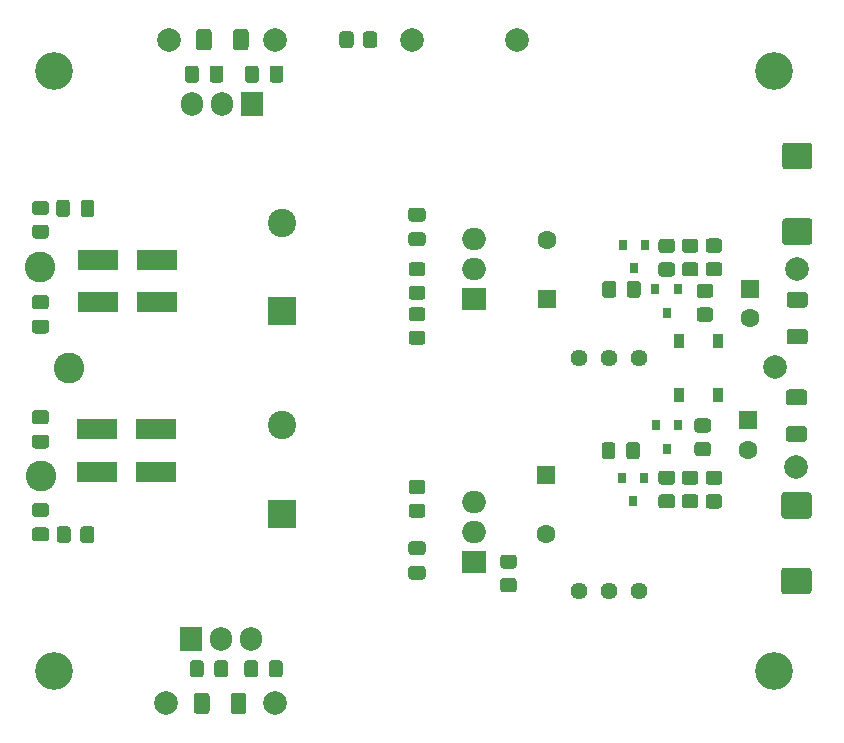
<source format=gbr>
G04 #@! TF.GenerationSoftware,KiCad,Pcbnew,(5.1.10-0-10_14)*
G04 #@! TF.CreationDate,2021-10-12T19:37:20+02:00*
G04 #@! TF.ProjectId,lv-lownoise-psu,6c762d6c-6f77-46e6-9f69-73652d707375,rev?*
G04 #@! TF.SameCoordinates,Original*
G04 #@! TF.FileFunction,Soldermask,Top*
G04 #@! TF.FilePolarity,Negative*
%FSLAX46Y46*%
G04 Gerber Fmt 4.6, Leading zero omitted, Abs format (unit mm)*
G04 Created by KiCad (PCBNEW (5.1.10-0-10_14)) date 2021-10-12 19:37:20*
%MOMM*%
%LPD*%
G01*
G04 APERTURE LIST*
%ADD10R,0.800000X0.900000*%
%ADD11C,1.440000*%
%ADD12C,2.000000*%
%ADD13C,1.600000*%
%ADD14R,1.600000X1.600000*%
%ADD15R,0.900000X1.200000*%
%ADD16O,2.000000X1.905000*%
%ADD17R,2.000000X1.905000*%
%ADD18O,1.905000X2.000000*%
%ADD19R,1.905000X2.000000*%
%ADD20R,3.500000X1.800000*%
%ADD21C,2.400000*%
%ADD22R,2.400000X2.400000*%
%ADD23C,2.600000*%
%ADD24C,3.200000*%
G04 APERTURE END LIST*
G36*
G01*
X136519499Y-68837000D02*
X137419501Y-68837000D01*
G75*
G02*
X137669500Y-69086999I0J-249999D01*
G01*
X137669500Y-69787001D01*
G75*
G02*
X137419501Y-70037000I-249999J0D01*
G01*
X136519499Y-70037000D01*
G75*
G02*
X136269500Y-69787001I0J249999D01*
G01*
X136269500Y-69086999D01*
G75*
G02*
X136519499Y-68837000I249999J0D01*
G01*
G37*
G36*
G01*
X136519499Y-66837000D02*
X137419501Y-66837000D01*
G75*
G02*
X137669500Y-67086999I0J-249999D01*
G01*
X137669500Y-67787001D01*
G75*
G02*
X137419501Y-68037000I-249999J0D01*
G01*
X136519499Y-68037000D01*
G75*
G02*
X136269500Y-67787001I0J249999D01*
G01*
X136269500Y-67086999D01*
G75*
G02*
X136519499Y-66837000I249999J0D01*
G01*
G37*
D10*
X134114500Y-69437000D03*
X133164500Y-67437000D03*
X135064500Y-67437000D03*
G36*
G01*
X136519499Y-49215500D02*
X137419501Y-49215500D01*
G75*
G02*
X137669500Y-49465499I0J-249999D01*
G01*
X137669500Y-50165501D01*
G75*
G02*
X137419501Y-50415500I-249999J0D01*
G01*
X136519499Y-50415500D01*
G75*
G02*
X136269500Y-50165501I0J249999D01*
G01*
X136269500Y-49465499D01*
G75*
G02*
X136519499Y-49215500I249999J0D01*
G01*
G37*
G36*
G01*
X136519499Y-47215500D02*
X137419501Y-47215500D01*
G75*
G02*
X137669500Y-47465499I0J-249999D01*
G01*
X137669500Y-48165501D01*
G75*
G02*
X137419501Y-48415500I-249999J0D01*
G01*
X136519499Y-48415500D01*
G75*
G02*
X136269500Y-48165501I0J249999D01*
G01*
X136269500Y-47465499D01*
G75*
G02*
X136519499Y-47215500I249999J0D01*
G01*
G37*
X134175500Y-49720500D03*
X133225500Y-47720500D03*
X135125500Y-47720500D03*
G36*
G01*
X147368499Y-54836500D02*
X148668501Y-54836500D01*
G75*
G02*
X148918500Y-55086499I0J-249999D01*
G01*
X148918500Y-55911501D01*
G75*
G02*
X148668501Y-56161500I-249999J0D01*
G01*
X147368499Y-56161500D01*
G75*
G02*
X147118500Y-55911501I0J249999D01*
G01*
X147118500Y-55086499D01*
G75*
G02*
X147368499Y-54836500I249999J0D01*
G01*
G37*
G36*
G01*
X147368499Y-51711500D02*
X148668501Y-51711500D01*
G75*
G02*
X148918500Y-51961499I0J-249999D01*
G01*
X148918500Y-52786501D01*
G75*
G02*
X148668501Y-53036500I-249999J0D01*
G01*
X147368499Y-53036500D01*
G75*
G02*
X147118500Y-52786501I0J249999D01*
G01*
X147118500Y-51961499D01*
G75*
G02*
X147368499Y-51711500I249999J0D01*
G01*
G37*
D11*
X134620000Y-77025500D03*
X132080000Y-77025500D03*
X129540000Y-77025500D03*
X134620000Y-57277000D03*
X132080000Y-57277000D03*
X129540000Y-57277000D03*
D12*
X148018500Y-49784000D03*
D13*
X143891000Y-65087500D03*
D14*
X143891000Y-62587500D03*
D13*
X144018000Y-53935000D03*
D14*
X144018000Y-51435000D03*
G36*
G01*
X139567499Y-64424000D02*
X140467501Y-64424000D01*
G75*
G02*
X140717500Y-64673999I0J-249999D01*
G01*
X140717500Y-65374001D01*
G75*
G02*
X140467501Y-65624000I-249999J0D01*
G01*
X139567499Y-65624000D01*
G75*
G02*
X139317500Y-65374001I0J249999D01*
G01*
X139317500Y-64673999D01*
G75*
G02*
X139567499Y-64424000I249999J0D01*
G01*
G37*
G36*
G01*
X139567499Y-62424000D02*
X140467501Y-62424000D01*
G75*
G02*
X140717500Y-62673999I0J-249999D01*
G01*
X140717500Y-63374001D01*
G75*
G02*
X140467501Y-63624000I-249999J0D01*
G01*
X139567499Y-63624000D01*
G75*
G02*
X139317500Y-63374001I0J249999D01*
G01*
X139317500Y-62673999D01*
G75*
G02*
X139567499Y-62424000I249999J0D01*
G01*
G37*
G36*
G01*
X138487999Y-68837000D02*
X139388001Y-68837000D01*
G75*
G02*
X139638000Y-69086999I0J-249999D01*
G01*
X139638000Y-69787001D01*
G75*
G02*
X139388001Y-70037000I-249999J0D01*
G01*
X138487999Y-70037000D01*
G75*
G02*
X138238000Y-69787001I0J249999D01*
G01*
X138238000Y-69086999D01*
G75*
G02*
X138487999Y-68837000I249999J0D01*
G01*
G37*
G36*
G01*
X138487999Y-66837000D02*
X139388001Y-66837000D01*
G75*
G02*
X139638000Y-67086999I0J-249999D01*
G01*
X139638000Y-67787001D01*
G75*
G02*
X139388001Y-68037000I-249999J0D01*
G01*
X138487999Y-68037000D01*
G75*
G02*
X138238000Y-67787001I0J249999D01*
G01*
X138238000Y-67086999D01*
G75*
G02*
X138487999Y-66837000I249999J0D01*
G01*
G37*
G36*
G01*
X140519999Y-68853000D02*
X141420001Y-68853000D01*
G75*
G02*
X141670000Y-69102999I0J-249999D01*
G01*
X141670000Y-69803001D01*
G75*
G02*
X141420001Y-70053000I-249999J0D01*
G01*
X140519999Y-70053000D01*
G75*
G02*
X140270000Y-69803001I0J249999D01*
G01*
X140270000Y-69102999D01*
G75*
G02*
X140519999Y-68853000I249999J0D01*
G01*
G37*
G36*
G01*
X140519999Y-66853000D02*
X141420001Y-66853000D01*
G75*
G02*
X141670000Y-67102999I0J-249999D01*
G01*
X141670000Y-67803001D01*
G75*
G02*
X141420001Y-68053000I-249999J0D01*
G01*
X140519999Y-68053000D01*
G75*
G02*
X140270000Y-67803001I0J249999D01*
G01*
X140270000Y-67102999D01*
G75*
G02*
X140519999Y-66853000I249999J0D01*
G01*
G37*
G36*
G01*
X139757999Y-53025500D02*
X140658001Y-53025500D01*
G75*
G02*
X140908000Y-53275499I0J-249999D01*
G01*
X140908000Y-53975501D01*
G75*
G02*
X140658001Y-54225500I-249999J0D01*
G01*
X139757999Y-54225500D01*
G75*
G02*
X139508000Y-53975501I0J249999D01*
G01*
X139508000Y-53275499D01*
G75*
G02*
X139757999Y-53025500I249999J0D01*
G01*
G37*
G36*
G01*
X139757999Y-51025500D02*
X140658001Y-51025500D01*
G75*
G02*
X140908000Y-51275499I0J-249999D01*
G01*
X140908000Y-51975501D01*
G75*
G02*
X140658001Y-52225500I-249999J0D01*
G01*
X139757999Y-52225500D01*
G75*
G02*
X139508000Y-51975501I0J249999D01*
G01*
X139508000Y-51275499D01*
G75*
G02*
X139757999Y-51025500I249999J0D01*
G01*
G37*
G36*
G01*
X138500699Y-49202800D02*
X139400701Y-49202800D01*
G75*
G02*
X139650700Y-49452799I0J-249999D01*
G01*
X139650700Y-50152801D01*
G75*
G02*
X139400701Y-50402800I-249999J0D01*
G01*
X138500699Y-50402800D01*
G75*
G02*
X138250700Y-50152801I0J249999D01*
G01*
X138250700Y-49452799D01*
G75*
G02*
X138500699Y-49202800I249999J0D01*
G01*
G37*
G36*
G01*
X138500699Y-47202800D02*
X139400701Y-47202800D01*
G75*
G02*
X139650700Y-47452799I0J-249999D01*
G01*
X139650700Y-48152801D01*
G75*
G02*
X139400701Y-48402800I-249999J0D01*
G01*
X138500699Y-48402800D01*
G75*
G02*
X138250700Y-48152801I0J249999D01*
G01*
X138250700Y-47452799D01*
G75*
G02*
X138500699Y-47202800I249999J0D01*
G01*
G37*
G36*
G01*
X141420001Y-48384000D02*
X140519999Y-48384000D01*
G75*
G02*
X140270000Y-48134001I0J249999D01*
G01*
X140270000Y-47433999D01*
G75*
G02*
X140519999Y-47184000I249999J0D01*
G01*
X141420001Y-47184000D01*
G75*
G02*
X141670000Y-47433999I0J-249999D01*
G01*
X141670000Y-48134001D01*
G75*
G02*
X141420001Y-48384000I-249999J0D01*
G01*
G37*
G36*
G01*
X141420001Y-50384000D02*
X140519999Y-50384000D01*
G75*
G02*
X140270000Y-50134001I0J249999D01*
G01*
X140270000Y-49433999D01*
G75*
G02*
X140519999Y-49184000I249999J0D01*
G01*
X141420001Y-49184000D01*
G75*
G02*
X141670000Y-49433999I0J-249999D01*
G01*
X141670000Y-50134001D01*
G75*
G02*
X141420001Y-50384000I-249999J0D01*
G01*
G37*
D10*
X136972000Y-64992000D03*
X136022000Y-62992000D03*
X137922000Y-62992000D03*
X136967000Y-53498500D03*
X136017000Y-51498500D03*
X137917000Y-51498500D03*
D15*
X141349000Y-60452000D03*
X138049000Y-60452000D03*
X137985500Y-55880000D03*
X141285500Y-55880000D03*
G36*
G01*
X147304999Y-63091500D02*
X148605001Y-63091500D01*
G75*
G02*
X148855000Y-63341499I0J-249999D01*
G01*
X148855000Y-64166501D01*
G75*
G02*
X148605001Y-64416500I-249999J0D01*
G01*
X147304999Y-64416500D01*
G75*
G02*
X147055000Y-64166501I0J249999D01*
G01*
X147055000Y-63341499D01*
G75*
G02*
X147304999Y-63091500I249999J0D01*
G01*
G37*
G36*
G01*
X147304999Y-59966500D02*
X148605001Y-59966500D01*
G75*
G02*
X148855000Y-60216499I0J-249999D01*
G01*
X148855000Y-61041501D01*
G75*
G02*
X148605001Y-61291500I-249999J0D01*
G01*
X147304999Y-61291500D01*
G75*
G02*
X147055000Y-61041501I0J249999D01*
G01*
X147055000Y-60216499D01*
G75*
G02*
X147304999Y-59966500I249999J0D01*
G01*
G37*
G36*
G01*
X132624500Y-64676000D02*
X132624500Y-65626000D01*
G75*
G02*
X132374500Y-65876000I-250000J0D01*
G01*
X131699500Y-65876000D01*
G75*
G02*
X131449500Y-65626000I0J250000D01*
G01*
X131449500Y-64676000D01*
G75*
G02*
X131699500Y-64426000I250000J0D01*
G01*
X132374500Y-64426000D01*
G75*
G02*
X132624500Y-64676000I0J-250000D01*
G01*
G37*
G36*
G01*
X134699500Y-64676000D02*
X134699500Y-65626000D01*
G75*
G02*
X134449500Y-65876000I-250000J0D01*
G01*
X133774500Y-65876000D01*
G75*
G02*
X133524500Y-65626000I0J250000D01*
G01*
X133524500Y-64676000D01*
G75*
G02*
X133774500Y-64426000I250000J0D01*
G01*
X134449500Y-64426000D01*
G75*
G02*
X134699500Y-64676000I0J-250000D01*
G01*
G37*
D13*
X126746000Y-72183000D03*
D14*
X126746000Y-67183000D03*
G36*
G01*
X133588000Y-51973500D02*
X133588000Y-51023500D01*
G75*
G02*
X133838000Y-50773500I250000J0D01*
G01*
X134513000Y-50773500D01*
G75*
G02*
X134763000Y-51023500I0J-250000D01*
G01*
X134763000Y-51973500D01*
G75*
G02*
X134513000Y-52223500I-250000J0D01*
G01*
X133838000Y-52223500D01*
G75*
G02*
X133588000Y-51973500I0J250000D01*
G01*
G37*
G36*
G01*
X131513000Y-51973500D02*
X131513000Y-51023500D01*
G75*
G02*
X131763000Y-50773500I250000J0D01*
G01*
X132438000Y-50773500D01*
G75*
G02*
X132688000Y-51023500I0J-250000D01*
G01*
X132688000Y-51973500D01*
G75*
G02*
X132438000Y-52223500I-250000J0D01*
G01*
X131763000Y-52223500D01*
G75*
G02*
X131513000Y-51973500I0J250000D01*
G01*
G37*
D13*
X126809500Y-47324000D03*
D14*
X126809500Y-52324000D03*
D12*
X94551500Y-86550500D03*
X103822500Y-86550500D03*
X103822500Y-30353000D03*
X94869000Y-30353000D03*
X124333000Y-30353000D03*
X115379500Y-30353000D03*
X147955000Y-66548000D03*
X146113500Y-58039000D03*
G36*
G01*
X116274001Y-68831000D02*
X115373999Y-68831000D01*
G75*
G02*
X115124000Y-68581001I0J249999D01*
G01*
X115124000Y-67880999D01*
G75*
G02*
X115373999Y-67631000I249999J0D01*
G01*
X116274001Y-67631000D01*
G75*
G02*
X116524000Y-67880999I0J-249999D01*
G01*
X116524000Y-68581001D01*
G75*
G02*
X116274001Y-68831000I-249999J0D01*
G01*
G37*
G36*
G01*
X116274001Y-70831000D02*
X115373999Y-70831000D01*
G75*
G02*
X115124000Y-70581001I0J249999D01*
G01*
X115124000Y-69880999D01*
G75*
G02*
X115373999Y-69631000I249999J0D01*
G01*
X116274001Y-69631000D01*
G75*
G02*
X116524000Y-69880999I0J-249999D01*
G01*
X116524000Y-70581001D01*
G75*
G02*
X116274001Y-70831000I-249999J0D01*
G01*
G37*
G36*
G01*
X124021001Y-75149000D02*
X123120999Y-75149000D01*
G75*
G02*
X122871000Y-74899001I0J249999D01*
G01*
X122871000Y-74198999D01*
G75*
G02*
X123120999Y-73949000I249999J0D01*
G01*
X124021001Y-73949000D01*
G75*
G02*
X124271000Y-74198999I0J-249999D01*
G01*
X124271000Y-74899001D01*
G75*
G02*
X124021001Y-75149000I-249999J0D01*
G01*
G37*
G36*
G01*
X124021001Y-77149000D02*
X123120999Y-77149000D01*
G75*
G02*
X122871000Y-76899001I0J249999D01*
G01*
X122871000Y-76198999D01*
G75*
G02*
X123120999Y-75949000I249999J0D01*
G01*
X124021001Y-75949000D01*
G75*
G02*
X124271000Y-76198999I0J-249999D01*
G01*
X124271000Y-76899001D01*
G75*
G02*
X124021001Y-77149000I-249999J0D01*
G01*
G37*
D16*
X120650000Y-69469000D03*
X120650000Y-72009000D03*
D17*
X120650000Y-74549000D03*
D16*
X120650000Y-47244000D03*
X120650000Y-49784000D03*
D17*
X120650000Y-52324000D03*
G36*
G01*
X115373999Y-54994000D02*
X116274001Y-54994000D01*
G75*
G02*
X116524000Y-55243999I0J-249999D01*
G01*
X116524000Y-55944001D01*
G75*
G02*
X116274001Y-56194000I-249999J0D01*
G01*
X115373999Y-56194000D01*
G75*
G02*
X115124000Y-55944001I0J249999D01*
G01*
X115124000Y-55243999D01*
G75*
G02*
X115373999Y-54994000I249999J0D01*
G01*
G37*
G36*
G01*
X115373999Y-52994000D02*
X116274001Y-52994000D01*
G75*
G02*
X116524000Y-53243999I0J-249999D01*
G01*
X116524000Y-53944001D01*
G75*
G02*
X116274001Y-54194000I-249999J0D01*
G01*
X115373999Y-54194000D01*
G75*
G02*
X115124000Y-53944001I0J249999D01*
G01*
X115124000Y-53243999D01*
G75*
G02*
X115373999Y-52994000I249999J0D01*
G01*
G37*
G36*
G01*
X115373999Y-51184000D02*
X116274001Y-51184000D01*
G75*
G02*
X116524000Y-51433999I0J-249999D01*
G01*
X116524000Y-52134001D01*
G75*
G02*
X116274001Y-52384000I-249999J0D01*
G01*
X115373999Y-52384000D01*
G75*
G02*
X115124000Y-52134001I0J249999D01*
G01*
X115124000Y-51433999D01*
G75*
G02*
X115373999Y-51184000I249999J0D01*
G01*
G37*
G36*
G01*
X115373999Y-49184000D02*
X116274001Y-49184000D01*
G75*
G02*
X116524000Y-49433999I0J-249999D01*
G01*
X116524000Y-50134001D01*
G75*
G02*
X116274001Y-50384000I-249999J0D01*
G01*
X115373999Y-50384000D01*
G75*
G02*
X115124000Y-50134001I0J249999D01*
G01*
X115124000Y-49433999D01*
G75*
G02*
X115373999Y-49184000I249999J0D01*
G01*
G37*
G36*
G01*
X98262000Y-85900497D02*
X98262000Y-87200503D01*
G75*
G02*
X98012003Y-87450500I-249997J0D01*
G01*
X97186997Y-87450500D01*
G75*
G02*
X96937000Y-87200503I0J249997D01*
G01*
X96937000Y-85900497D01*
G75*
G02*
X97186997Y-85650500I249997J0D01*
G01*
X98012003Y-85650500D01*
G75*
G02*
X98262000Y-85900497I0J-249997D01*
G01*
G37*
G36*
G01*
X101387000Y-85900497D02*
X101387000Y-87200503D01*
G75*
G02*
X101137003Y-87450500I-249997J0D01*
G01*
X100311997Y-87450500D01*
G75*
G02*
X100062000Y-87200503I0J249997D01*
G01*
X100062000Y-85900497D01*
G75*
G02*
X100311997Y-85650500I249997J0D01*
G01*
X101137003Y-85650500D01*
G75*
G02*
X101387000Y-85900497I0J-249997D01*
G01*
G37*
G36*
G01*
X100239000Y-31003003D02*
X100239000Y-29702997D01*
G75*
G02*
X100488997Y-29453000I249997J0D01*
G01*
X101314003Y-29453000D01*
G75*
G02*
X101564000Y-29702997I0J-249997D01*
G01*
X101564000Y-31003003D01*
G75*
G02*
X101314003Y-31253000I-249997J0D01*
G01*
X100488997Y-31253000D01*
G75*
G02*
X100239000Y-31003003I0J249997D01*
G01*
G37*
G36*
G01*
X97114000Y-31003003D02*
X97114000Y-29702997D01*
G75*
G02*
X97363997Y-29453000I249997J0D01*
G01*
X98189003Y-29453000D01*
G75*
G02*
X98439000Y-29702997I0J-249997D01*
G01*
X98439000Y-31003003D01*
G75*
G02*
X98189003Y-31253000I-249997J0D01*
G01*
X97363997Y-31253000D01*
G75*
G02*
X97114000Y-31003003I0J249997D01*
G01*
G37*
G36*
G01*
X98261500Y-33749000D02*
X98261500Y-32799000D01*
G75*
G02*
X98511500Y-32549000I250000J0D01*
G01*
X99186500Y-32549000D01*
G75*
G02*
X99436500Y-32799000I0J-250000D01*
G01*
X99436500Y-33749000D01*
G75*
G02*
X99186500Y-33999000I-250000J0D01*
G01*
X98511500Y-33999000D01*
G75*
G02*
X98261500Y-33749000I0J250000D01*
G01*
G37*
G36*
G01*
X96186500Y-33749000D02*
X96186500Y-32799000D01*
G75*
G02*
X96436500Y-32549000I250000J0D01*
G01*
X97111500Y-32549000D01*
G75*
G02*
X97361500Y-32799000I0J-250000D01*
G01*
X97361500Y-33749000D01*
G75*
G02*
X97111500Y-33999000I-250000J0D01*
G01*
X96436500Y-33999000D01*
G75*
G02*
X96186500Y-33749000I0J250000D01*
G01*
G37*
G36*
G01*
X83496999Y-46009000D02*
X84397001Y-46009000D01*
G75*
G02*
X84647000Y-46258999I0J-249999D01*
G01*
X84647000Y-46959001D01*
G75*
G02*
X84397001Y-47209000I-249999J0D01*
G01*
X83496999Y-47209000D01*
G75*
G02*
X83247000Y-46959001I0J249999D01*
G01*
X83247000Y-46258999D01*
G75*
G02*
X83496999Y-46009000I249999J0D01*
G01*
G37*
G36*
G01*
X83496999Y-44009000D02*
X84397001Y-44009000D01*
G75*
G02*
X84647000Y-44258999I0J-249999D01*
G01*
X84647000Y-44959001D01*
G75*
G02*
X84397001Y-45209000I-249999J0D01*
G01*
X83496999Y-45209000D01*
G75*
G02*
X83247000Y-44959001I0J249999D01*
G01*
X83247000Y-44258999D01*
G75*
G02*
X83496999Y-44009000I249999J0D01*
G01*
G37*
G36*
G01*
X87315500Y-72713001D02*
X87315500Y-71812999D01*
G75*
G02*
X87565499Y-71563000I249999J0D01*
G01*
X88265501Y-71563000D01*
G75*
G02*
X88515500Y-71812999I0J-249999D01*
G01*
X88515500Y-72713001D01*
G75*
G02*
X88265501Y-72963000I-249999J0D01*
G01*
X87565499Y-72963000D01*
G75*
G02*
X87315500Y-72713001I0J249999D01*
G01*
G37*
G36*
G01*
X85315500Y-72713001D02*
X85315500Y-71812999D01*
G75*
G02*
X85565499Y-71563000I249999J0D01*
G01*
X86265501Y-71563000D01*
G75*
G02*
X86515500Y-71812999I0J-249999D01*
G01*
X86515500Y-72713001D01*
G75*
G02*
X86265501Y-72963000I-249999J0D01*
G01*
X85565499Y-72963000D01*
G75*
G02*
X85315500Y-72713001I0J249999D01*
G01*
G37*
G36*
G01*
X116299000Y-73993500D02*
X115349000Y-73993500D01*
G75*
G02*
X115099000Y-73743500I0J250000D01*
G01*
X115099000Y-73068500D01*
G75*
G02*
X115349000Y-72818500I250000J0D01*
G01*
X116299000Y-72818500D01*
G75*
G02*
X116549000Y-73068500I0J-250000D01*
G01*
X116549000Y-73743500D01*
G75*
G02*
X116299000Y-73993500I-250000J0D01*
G01*
G37*
G36*
G01*
X116299000Y-76068500D02*
X115349000Y-76068500D01*
G75*
G02*
X115099000Y-75818500I0J250000D01*
G01*
X115099000Y-75143500D01*
G75*
G02*
X115349000Y-74893500I250000J0D01*
G01*
X116299000Y-74893500D01*
G75*
G02*
X116549000Y-75143500I0J-250000D01*
G01*
X116549000Y-75818500D01*
G75*
G02*
X116299000Y-76068500I-250000J0D01*
G01*
G37*
G36*
G01*
X116299000Y-45756500D02*
X115349000Y-45756500D01*
G75*
G02*
X115099000Y-45506500I0J250000D01*
G01*
X115099000Y-44831500D01*
G75*
G02*
X115349000Y-44581500I250000J0D01*
G01*
X116299000Y-44581500D01*
G75*
G02*
X116549000Y-44831500I0J-250000D01*
G01*
X116549000Y-45506500D01*
G75*
G02*
X116299000Y-45756500I-250000J0D01*
G01*
G37*
G36*
G01*
X116299000Y-47831500D02*
X115349000Y-47831500D01*
G75*
G02*
X115099000Y-47581500I0J250000D01*
G01*
X115099000Y-46906500D01*
G75*
G02*
X115349000Y-46656500I250000J0D01*
G01*
X116299000Y-46656500D01*
G75*
G02*
X116549000Y-46906500I0J-250000D01*
G01*
X116549000Y-47581500D01*
G75*
G02*
X116299000Y-47831500I-250000J0D01*
G01*
G37*
G36*
G01*
X86439500Y-44165500D02*
X86439500Y-45115500D01*
G75*
G02*
X86189500Y-45365500I-250000J0D01*
G01*
X85514500Y-45365500D01*
G75*
G02*
X85264500Y-45115500I0J250000D01*
G01*
X85264500Y-44165500D01*
G75*
G02*
X85514500Y-43915500I250000J0D01*
G01*
X86189500Y-43915500D01*
G75*
G02*
X86439500Y-44165500I0J-250000D01*
G01*
G37*
G36*
G01*
X88514500Y-44165500D02*
X88514500Y-45115500D01*
G75*
G02*
X88264500Y-45365500I-250000J0D01*
G01*
X87589500Y-45365500D01*
G75*
G02*
X87339500Y-45115500I0J250000D01*
G01*
X87339500Y-44165500D01*
G75*
G02*
X87589500Y-43915500I250000J0D01*
G01*
X88264500Y-43915500D01*
G75*
G02*
X88514500Y-44165500I0J-250000D01*
G01*
G37*
G36*
G01*
X83472000Y-71655000D02*
X84422000Y-71655000D01*
G75*
G02*
X84672000Y-71905000I0J-250000D01*
G01*
X84672000Y-72580000D01*
G75*
G02*
X84422000Y-72830000I-250000J0D01*
G01*
X83472000Y-72830000D01*
G75*
G02*
X83222000Y-72580000I0J250000D01*
G01*
X83222000Y-71905000D01*
G75*
G02*
X83472000Y-71655000I250000J0D01*
G01*
G37*
G36*
G01*
X83472000Y-69580000D02*
X84422000Y-69580000D01*
G75*
G02*
X84672000Y-69830000I0J-250000D01*
G01*
X84672000Y-70505000D01*
G75*
G02*
X84422000Y-70755000I-250000J0D01*
G01*
X83472000Y-70755000D01*
G75*
G02*
X83222000Y-70505000I0J250000D01*
G01*
X83222000Y-69830000D01*
G75*
G02*
X83472000Y-69580000I250000J0D01*
G01*
G37*
G36*
G01*
X84422000Y-53165500D02*
X83472000Y-53165500D01*
G75*
G02*
X83222000Y-52915500I0J250000D01*
G01*
X83222000Y-52240500D01*
G75*
G02*
X83472000Y-51990500I250000J0D01*
G01*
X84422000Y-51990500D01*
G75*
G02*
X84672000Y-52240500I0J-250000D01*
G01*
X84672000Y-52915500D01*
G75*
G02*
X84422000Y-53165500I-250000J0D01*
G01*
G37*
G36*
G01*
X84422000Y-55240500D02*
X83472000Y-55240500D01*
G75*
G02*
X83222000Y-54990500I0J250000D01*
G01*
X83222000Y-54315500D01*
G75*
G02*
X83472000Y-54065500I250000J0D01*
G01*
X84422000Y-54065500D01*
G75*
G02*
X84672000Y-54315500I0J-250000D01*
G01*
X84672000Y-54990500D01*
G75*
G02*
X84422000Y-55240500I-250000J0D01*
G01*
G37*
G36*
G01*
X84422000Y-62901500D02*
X83472000Y-62901500D01*
G75*
G02*
X83222000Y-62651500I0J250000D01*
G01*
X83222000Y-61976500D01*
G75*
G02*
X83472000Y-61726500I250000J0D01*
G01*
X84422000Y-61726500D01*
G75*
G02*
X84672000Y-61976500I0J-250000D01*
G01*
X84672000Y-62651500D01*
G75*
G02*
X84422000Y-62901500I-250000J0D01*
G01*
G37*
G36*
G01*
X84422000Y-64976500D02*
X83472000Y-64976500D01*
G75*
G02*
X83222000Y-64726500I0J250000D01*
G01*
X83222000Y-64051500D01*
G75*
G02*
X83472000Y-63801500I250000J0D01*
G01*
X84422000Y-63801500D01*
G75*
G02*
X84672000Y-64051500I0J-250000D01*
G01*
X84672000Y-64726500D01*
G75*
G02*
X84422000Y-64976500I-250000J0D01*
G01*
G37*
G36*
G01*
X148980001Y-70911500D02*
X146929999Y-70911500D01*
G75*
G02*
X146680000Y-70661501I0J249999D01*
G01*
X146680000Y-68911499D01*
G75*
G02*
X146929999Y-68661500I249999J0D01*
G01*
X148980001Y-68661500D01*
G75*
G02*
X149230000Y-68911499I0J-249999D01*
G01*
X149230000Y-70661501D01*
G75*
G02*
X148980001Y-70911500I-249999J0D01*
G01*
G37*
G36*
G01*
X148980001Y-77311500D02*
X146929999Y-77311500D01*
G75*
G02*
X146680000Y-77061501I0J249999D01*
G01*
X146680000Y-75311499D01*
G75*
G02*
X146929999Y-75061500I249999J0D01*
G01*
X148980001Y-75061500D01*
G75*
G02*
X149230000Y-75311499I0J-249999D01*
G01*
X149230000Y-77061501D01*
G75*
G02*
X148980001Y-77311500I-249999J0D01*
G01*
G37*
G36*
G01*
X149043501Y-41334000D02*
X146993499Y-41334000D01*
G75*
G02*
X146743500Y-41084001I0J249999D01*
G01*
X146743500Y-39333999D01*
G75*
G02*
X146993499Y-39084000I249999J0D01*
G01*
X149043501Y-39084000D01*
G75*
G02*
X149293500Y-39333999I0J-249999D01*
G01*
X149293500Y-41084001D01*
G75*
G02*
X149043501Y-41334000I-249999J0D01*
G01*
G37*
G36*
G01*
X149043501Y-47734000D02*
X146993499Y-47734000D01*
G75*
G02*
X146743500Y-47484001I0J249999D01*
G01*
X146743500Y-45733999D01*
G75*
G02*
X146993499Y-45484000I249999J0D01*
G01*
X149043501Y-45484000D01*
G75*
G02*
X149293500Y-45733999I0J-249999D01*
G01*
X149293500Y-47484001D01*
G75*
G02*
X149043501Y-47734000I-249999J0D01*
G01*
G37*
D18*
X101790500Y-81089500D03*
X99250500Y-81089500D03*
D19*
X96710500Y-81089500D03*
D18*
X96774000Y-35814000D03*
X99314000Y-35814000D03*
D19*
X101854000Y-35814000D03*
D20*
X88827600Y-52578000D03*
X93827600Y-52578000D03*
X88827600Y-48971200D03*
X93827600Y-48971200D03*
X93726000Y-63296800D03*
X88726000Y-63296800D03*
X93726000Y-66954400D03*
X88726000Y-66954400D03*
D21*
X104394000Y-62992000D03*
D22*
X104394000Y-70492000D03*
D21*
X104394000Y-45840000D03*
D22*
X104394000Y-53340000D03*
G36*
G01*
X110455000Y-29902999D02*
X110455000Y-30803001D01*
G75*
G02*
X110205001Y-31053000I-249999J0D01*
G01*
X109504999Y-31053000D01*
G75*
G02*
X109255000Y-30803001I0J249999D01*
G01*
X109255000Y-29902999D01*
G75*
G02*
X109504999Y-29653000I249999J0D01*
G01*
X110205001Y-29653000D01*
G75*
G02*
X110455000Y-29902999I0J-249999D01*
G01*
G37*
G36*
G01*
X112455000Y-29902999D02*
X112455000Y-30803001D01*
G75*
G02*
X112205001Y-31053000I-249999J0D01*
G01*
X111504999Y-31053000D01*
G75*
G02*
X111255000Y-30803001I0J249999D01*
G01*
X111255000Y-29902999D01*
G75*
G02*
X111504999Y-29653000I249999J0D01*
G01*
X112205001Y-29653000D01*
G75*
G02*
X112455000Y-29902999I0J-249999D01*
G01*
G37*
G36*
G01*
X102378000Y-83154500D02*
X102378000Y-84104500D01*
G75*
G02*
X102128000Y-84354500I-250000J0D01*
G01*
X101453000Y-84354500D01*
G75*
G02*
X101203000Y-84104500I0J250000D01*
G01*
X101203000Y-83154500D01*
G75*
G02*
X101453000Y-82904500I250000J0D01*
G01*
X102128000Y-82904500D01*
G75*
G02*
X102378000Y-83154500I0J-250000D01*
G01*
G37*
G36*
G01*
X104453000Y-83154500D02*
X104453000Y-84104500D01*
G75*
G02*
X104203000Y-84354500I-250000J0D01*
G01*
X103528000Y-84354500D01*
G75*
G02*
X103278000Y-84104500I0J250000D01*
G01*
X103278000Y-83154500D01*
G75*
G02*
X103528000Y-82904500I250000J0D01*
G01*
X104203000Y-82904500D01*
G75*
G02*
X104453000Y-83154500I0J-250000D01*
G01*
G37*
G36*
G01*
X98663000Y-84104500D02*
X98663000Y-83154500D01*
G75*
G02*
X98913000Y-82904500I250000J0D01*
G01*
X99588000Y-82904500D01*
G75*
G02*
X99838000Y-83154500I0J-250000D01*
G01*
X99838000Y-84104500D01*
G75*
G02*
X99588000Y-84354500I-250000J0D01*
G01*
X98913000Y-84354500D01*
G75*
G02*
X98663000Y-84104500I0J250000D01*
G01*
G37*
G36*
G01*
X96588000Y-84104500D02*
X96588000Y-83154500D01*
G75*
G02*
X96838000Y-82904500I250000J0D01*
G01*
X97513000Y-82904500D01*
G75*
G02*
X97763000Y-83154500I0J-250000D01*
G01*
X97763000Y-84104500D01*
G75*
G02*
X97513000Y-84354500I-250000J0D01*
G01*
X96838000Y-84354500D01*
G75*
G02*
X96588000Y-84104500I0J250000D01*
G01*
G37*
G36*
G01*
X103341500Y-33749000D02*
X103341500Y-32799000D01*
G75*
G02*
X103591500Y-32549000I250000J0D01*
G01*
X104266500Y-32549000D01*
G75*
G02*
X104516500Y-32799000I0J-250000D01*
G01*
X104516500Y-33749000D01*
G75*
G02*
X104266500Y-33999000I-250000J0D01*
G01*
X103591500Y-33999000D01*
G75*
G02*
X103341500Y-33749000I0J250000D01*
G01*
G37*
G36*
G01*
X101266500Y-33749000D02*
X101266500Y-32799000D01*
G75*
G02*
X101516500Y-32549000I250000J0D01*
G01*
X102191500Y-32549000D01*
G75*
G02*
X102441500Y-32799000I0J-250000D01*
G01*
X102441500Y-33749000D01*
G75*
G02*
X102191500Y-33999000I-250000J0D01*
G01*
X101516500Y-33999000D01*
G75*
G02*
X101266500Y-33749000I0J250000D01*
G01*
G37*
D23*
X83921600Y-49631600D03*
X86360000Y-58166000D03*
X83972400Y-67259200D03*
D24*
X146050000Y-33020000D03*
X146050000Y-83820000D03*
X85090000Y-83820000D03*
X85090000Y-33020000D03*
M02*

</source>
